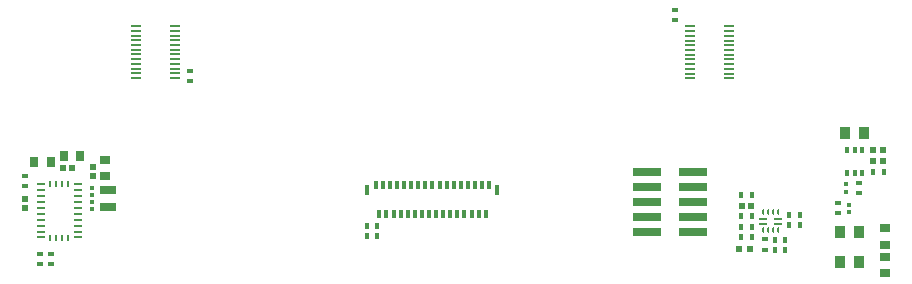
<source format=gtp>
G04*
G04 #@! TF.GenerationSoftware,Altium Limited,Altium Designer,21.6.4 (81)*
G04*
G04 Layer_Color=8421504*
%FSLAX44Y44*%
%MOMM*%
G71*
G04*
G04 #@! TF.SameCoordinates,F86692EB-C332-45F3-9BF4-4BC724F80BFF*
G04*
G04*
G04 #@! TF.FilePolarity,Positive*
G04*
G01*
G75*
%ADD13R,0.9200X0.2300*%
%ADD14R,0.3000X0.6500*%
%ADD15R,0.4000X0.9500*%
%ADD16R,0.4500X0.5500*%
%ADD17R,0.9000X1.0000*%
%ADD18R,0.4000X0.5000*%
%ADD19R,0.5200X0.5200*%
%ADD20R,0.9000X0.7000*%
%ADD21R,0.4200X0.4600*%
%ADD22R,0.6200X0.6200*%
%ADD23R,0.7000X0.9000*%
%ADD24R,0.5200X0.5200*%
%ADD25R,0.3200X0.3600*%
%ADD26R,0.5500X0.4500*%
G04:AMPARAMS|DCode=27|XSize=0.2mm|YSize=0.7mm|CornerRadius=0.05mm|HoleSize=0mm|Usage=FLASHONLY|Rotation=90.000|XOffset=0mm|YOffset=0mm|HoleType=Round|Shape=RoundedRectangle|*
%AMROUNDEDRECTD27*
21,1,0.2000,0.6000,0,0,90.0*
21,1,0.1000,0.7000,0,0,90.0*
1,1,0.1000,0.3000,0.0500*
1,1,0.1000,0.3000,-0.0500*
1,1,0.1000,-0.3000,-0.0500*
1,1,0.1000,-0.3000,0.0500*
%
%ADD27ROUNDEDRECTD27*%
G04:AMPARAMS|DCode=28|XSize=0.2mm|YSize=0.5mm|CornerRadius=0.05mm|HoleSize=0mm|Usage=FLASHONLY|Rotation=180.000|XOffset=0mm|YOffset=0mm|HoleType=Round|Shape=RoundedRectangle|*
%AMROUNDEDRECTD28*
21,1,0.2000,0.4000,0,0,180.0*
21,1,0.1000,0.5000,0,0,180.0*
1,1,0.1000,-0.0500,0.2000*
1,1,0.1000,0.0500,0.2000*
1,1,0.1000,0.0500,-0.2000*
1,1,0.1000,-0.0500,-0.2000*
%
%ADD28ROUNDEDRECTD28*%
%ADD29R,0.6750X0.2500*%
%ADD30R,0.2500X0.5750*%
%ADD31R,1.4000X0.7500*%
%ADD32R,2.4000X0.7600*%
D13*
X-217974Y4125D02*
D03*
Y125D02*
D03*
Y-3875D02*
D03*
Y-7875D02*
D03*
Y-11875D02*
D03*
Y-27875D02*
D03*
Y-15875D02*
D03*
Y-19875D02*
D03*
Y-23875D02*
D03*
Y-31875D02*
D03*
X-250774D02*
D03*
Y-27875D02*
D03*
Y-23875D02*
D03*
Y-19875D02*
D03*
Y-15875D02*
D03*
Y-11875D02*
D03*
Y-7875D02*
D03*
Y-3875D02*
D03*
Y125D02*
D03*
Y4125D02*
D03*
Y8125D02*
D03*
Y12125D02*
D03*
X-217974Y8125D02*
D03*
Y12125D02*
D03*
X218100Y-24125D02*
D03*
Y-20125D02*
D03*
Y-16125D02*
D03*
Y-12125D02*
D03*
Y-8125D02*
D03*
Y7875D02*
D03*
Y-4125D02*
D03*
Y-125D02*
D03*
Y3875D02*
D03*
Y11875D02*
D03*
X250900D02*
D03*
Y7875D02*
D03*
Y3875D02*
D03*
Y-125D02*
D03*
Y-4125D02*
D03*
Y-8125D02*
D03*
Y-12125D02*
D03*
Y-16125D02*
D03*
Y-20125D02*
D03*
Y-24125D02*
D03*
Y-28125D02*
D03*
Y-32125D02*
D03*
X218100Y-28125D02*
D03*
Y-32125D02*
D03*
D14*
X48000Y-122750D02*
D03*
X45075Y-147250D02*
D03*
X42000Y-122750D02*
D03*
X36000D02*
D03*
X30000D02*
D03*
X24000D02*
D03*
X18000D02*
D03*
X12000D02*
D03*
X6000D02*
D03*
X0D02*
D03*
X-6000D02*
D03*
X-12000D02*
D03*
X-18000D02*
D03*
X-24000D02*
D03*
X-30000D02*
D03*
X-36000D02*
D03*
X-42000D02*
D03*
X-48000D02*
D03*
X39075Y-147250D02*
D03*
X33075D02*
D03*
X27075D02*
D03*
X21075D02*
D03*
X15075D02*
D03*
X9075D02*
D03*
X3075D02*
D03*
X-2925D02*
D03*
X-8925D02*
D03*
X-14925D02*
D03*
X-20925D02*
D03*
X-26925D02*
D03*
X-32925D02*
D03*
X-38925D02*
D03*
X-44925D02*
D03*
D15*
X-55000Y-126250D02*
D03*
X55000D02*
D03*
D16*
X-55648Y-156762D02*
D03*
X-46648D02*
D03*
X-46648Y-165505D02*
D03*
X-55648D02*
D03*
X372900Y-111400D02*
D03*
X381900D02*
D03*
X261344Y-131109D02*
D03*
X270344D02*
D03*
X261646Y-166647D02*
D03*
X270646D02*
D03*
X289646Y-168647D02*
D03*
X298647D02*
D03*
X289646Y-177647D02*
D03*
X298647D02*
D03*
X270646Y-148647D02*
D03*
X261646D02*
D03*
X270646Y-157647D02*
D03*
X261646D02*
D03*
X310893Y-156545D02*
D03*
X301893D02*
D03*
X310893Y-148154D02*
D03*
X301893D02*
D03*
D17*
X349052Y-78620D02*
D03*
X365052D02*
D03*
X345000Y-188000D02*
D03*
X361000D02*
D03*
X345000Y-162000D02*
D03*
X361000D02*
D03*
D18*
X364000Y-93000D02*
D03*
X357500D02*
D03*
X351000D02*
D03*
Y-112000D02*
D03*
X357500D02*
D03*
X364000D02*
D03*
D19*
X373400Y-102400D02*
D03*
X381400D02*
D03*
Y-93000D02*
D03*
X373400D02*
D03*
X262000Y-140000D02*
D03*
X270000D02*
D03*
X-305000Y-108000D02*
D03*
X-313000D02*
D03*
D20*
X383000Y-183000D02*
D03*
Y-197000D02*
D03*
X383000Y-173000D02*
D03*
Y-159000D02*
D03*
X-277000Y-115000D02*
D03*
Y-101000D02*
D03*
D21*
X350500Y-128100D02*
D03*
Y-121500D02*
D03*
X353000Y-139000D02*
D03*
Y-145600D02*
D03*
D22*
X259500Y-177000D02*
D03*
X268500D02*
D03*
D23*
X-312000Y-98000D02*
D03*
X-298000D02*
D03*
X-337000Y-103000D02*
D03*
X-323000D02*
D03*
D24*
X-287000Y-107200D02*
D03*
Y-115200D02*
D03*
X-345000Y-134000D02*
D03*
Y-142000D02*
D03*
D25*
X-288000Y-137200D02*
D03*
Y-142800D02*
D03*
Y-130800D02*
D03*
Y-125200D02*
D03*
D26*
X205000Y26000D02*
D03*
Y17000D02*
D03*
X361087Y-129538D02*
D03*
Y-120538D02*
D03*
X-332000Y-180500D02*
D03*
Y-189500D02*
D03*
X-323000Y-180500D02*
D03*
Y-189500D02*
D03*
X-205000Y-34500D02*
D03*
Y-25500D02*
D03*
X343222Y-137486D02*
D03*
Y-146486D02*
D03*
X281147Y-177147D02*
D03*
Y-168147D02*
D03*
X-345000Y-123500D02*
D03*
Y-114500D02*
D03*
D27*
X279646Y-151147D02*
D03*
Y-155147D02*
D03*
X292647D02*
D03*
Y-151147D02*
D03*
D28*
X280147Y-160646D02*
D03*
X284146D02*
D03*
X288146D02*
D03*
X292146D02*
D03*
Y-145646D02*
D03*
X288146D02*
D03*
X284146D02*
D03*
X280147D02*
D03*
D29*
X-300316Y-121794D02*
D03*
Y-166794D02*
D03*
Y-161794D02*
D03*
Y-156794D02*
D03*
Y-151794D02*
D03*
Y-146794D02*
D03*
Y-141794D02*
D03*
Y-136794D02*
D03*
Y-131794D02*
D03*
Y-126794D02*
D03*
X-331566Y-121794D02*
D03*
Y-126794D02*
D03*
Y-131794D02*
D03*
Y-136794D02*
D03*
Y-141794D02*
D03*
Y-146794D02*
D03*
Y-151794D02*
D03*
Y-156794D02*
D03*
Y-161794D02*
D03*
Y-166794D02*
D03*
D30*
X-323441Y-167419D02*
D03*
X-318441D02*
D03*
X-313441D02*
D03*
X-308441D02*
D03*
Y-121169D02*
D03*
X-313441D02*
D03*
X-318441D02*
D03*
X-323441D02*
D03*
D31*
X-275000Y-126700D02*
D03*
Y-141300D02*
D03*
D32*
X182000Y-111300D02*
D03*
X221000D02*
D03*
X182000D02*
D03*
Y-124000D02*
D03*
Y-136700D02*
D03*
Y-149400D02*
D03*
Y-162100D02*
D03*
X221000Y-111300D02*
D03*
Y-124000D02*
D03*
Y-136700D02*
D03*
Y-149400D02*
D03*
Y-162100D02*
D03*
M02*

</source>
